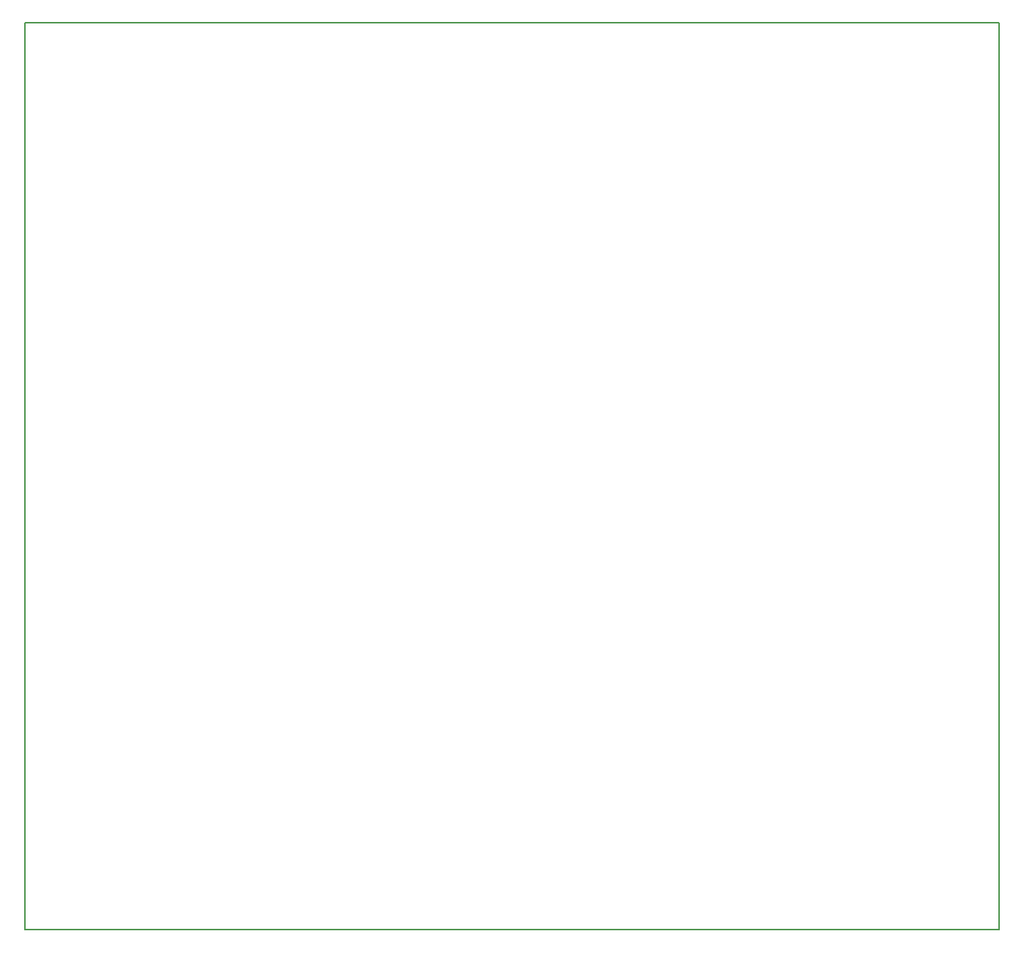
<source format=gm1>
G04 #@! TF.GenerationSoftware,KiCad,Pcbnew,(5.0.2)-1*
G04 #@! TF.CreationDate,2019-05-07T10:13:45+12:00*
G04 #@! TF.ProjectId,power selector,706f7765-7220-4736-956c-6563746f722e,rev?*
G04 #@! TF.SameCoordinates,Original*
G04 #@! TF.FileFunction,Profile,NP*
%FSLAX46Y46*%
G04 Gerber Fmt 4.6, Leading zero omitted, Abs format (unit mm)*
G04 Created by KiCad (PCBNEW (5.0.2)-1) date 7/05/2019 10:13:45 AM*
%MOMM*%
%LPD*%
G01*
G04 APERTURE LIST*
%ADD10C,0.150000*%
G04 APERTURE END LIST*
D10*
X71680000Y-26000000D02*
X184170000Y-26000000D01*
X71680000Y-130810000D02*
X71680000Y-26000000D01*
X184170000Y-130810000D02*
X71680000Y-130810000D01*
X184170000Y-26000000D02*
X184170000Y-130810000D01*
M02*

</source>
